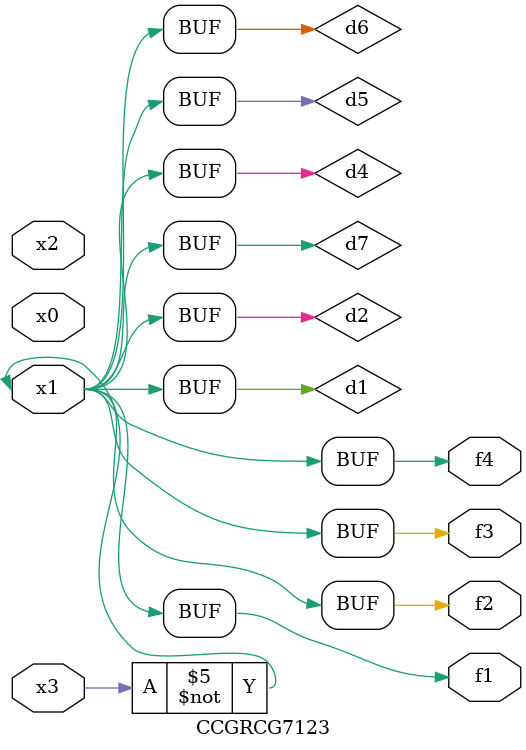
<source format=v>
module CCGRCG7123(
	input x0, x1, x2, x3,
	output f1, f2, f3, f4
);

	wire d1, d2, d3, d4, d5, d6, d7;

	not (d1, x3);
	buf (d2, x1);
	xnor (d3, d1, d2);
	nor (d4, d1);
	buf (d5, d1, d2);
	buf (d6, d4, d5);
	nand (d7, d4);
	assign f1 = d6;
	assign f2 = d7;
	assign f3 = d6;
	assign f4 = d6;
endmodule

</source>
